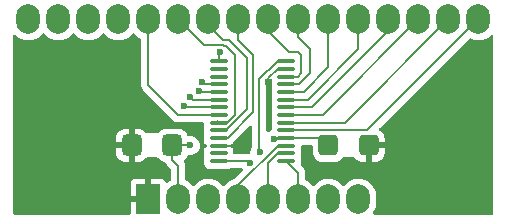
<source format=gbr>
%TF.GenerationSoftware,KiCad,Pcbnew,8.0.8-8.0.8-0~ubuntu20.04.1*%
%TF.CreationDate,2025-02-11T22:54:18+07:00*%
%TF.ProjectId,MUX-ADG706,4d55582d-4144-4473-9730-362e6b696361,rev?*%
%TF.SameCoordinates,Original*%
%TF.FileFunction,Copper,L1,Top*%
%TF.FilePolarity,Positive*%
%FSLAX46Y46*%
G04 Gerber Fmt 4.6, Leading zero omitted, Abs format (unit mm)*
G04 Created by KiCad (PCBNEW 8.0.8-8.0.8-0~ubuntu20.04.1) date 2025-02-11 22:54:18*
%MOMM*%
%LPD*%
G01*
G04 APERTURE LIST*
G04 Aperture macros list*
%AMRoundRect*
0 Rectangle with rounded corners*
0 $1 Rounding radius*
0 $2 $3 $4 $5 $6 $7 $8 $9 X,Y pos of 4 corners*
0 Add a 4 corners polygon primitive as box body*
4,1,4,$2,$3,$4,$5,$6,$7,$8,$9,$2,$3,0*
0 Add four circle primitives for the rounded corners*
1,1,$1+$1,$2,$3*
1,1,$1+$1,$4,$5*
1,1,$1+$1,$6,$7*
1,1,$1+$1,$8,$9*
0 Add four rect primitives between the rounded corners*
20,1,$1+$1,$2,$3,$4,$5,0*
20,1,$1+$1,$4,$5,$6,$7,0*
20,1,$1+$1,$6,$7,$8,$9,0*
20,1,$1+$1,$8,$9,$2,$3,0*%
G04 Aperture macros list end*
%TA.AperFunction,SMDPad,CuDef*%
%ADD10RoundRect,0.102500X-0.632500X-0.102500X0.632500X-0.102500X0.632500X0.102500X-0.632500X0.102500X0*%
%TD*%
%TA.AperFunction,SMDPad,CuDef*%
%ADD11RoundRect,0.309434X-0.510566X-0.590566X0.510566X-0.590566X0.510566X0.590566X-0.510566X0.590566X0*%
%TD*%
%TA.AperFunction,SMDPad,CuDef*%
%ADD12RoundRect,0.315385X-0.504615X-0.559615X0.504615X-0.559615X0.504615X0.559615X-0.504615X0.559615X0*%
%TD*%
%TA.AperFunction,ComponentPad*%
%ADD13O,2.000000X2.500000*%
%TD*%
%TA.AperFunction,ComponentPad*%
%ADD14R,2.000000X2.500000*%
%TD*%
%TA.AperFunction,ViaPad*%
%ADD15C,0.600000*%
%TD*%
%TA.AperFunction,Conductor*%
%ADD16C,0.200000*%
%TD*%
%TA.AperFunction,Conductor*%
%ADD17C,0.350000*%
%TD*%
G04 APERTURE END LIST*
D10*
%TO.P,U1,1,VDD*%
%TO.N,VCC*%
X108052000Y-97020000D03*
%TO.P,U1,2*%
%TO.N,N/C*%
X108052000Y-97670000D03*
%TO.P,U1,3*%
X108052000Y-98320000D03*
%TO.P,U1,4,S16*%
%TO.N,Net-(J2-9)*%
X108052000Y-98970000D03*
%TO.P,U1,5,S15*%
%TO.N,Net-(J2-Pin_15)*%
X108052000Y-99620000D03*
%TO.P,U1,6,S14*%
%TO.N,Net-(J2-Pin_14)*%
X108052000Y-100270000D03*
%TO.P,U1,7,S13*%
%TO.N,Net-(J2-Pin_13)*%
X108052000Y-100920000D03*
%TO.P,U1,8,S12*%
%TO.N,Net-(J2-Pin_12)*%
X108052000Y-101570000D03*
%TO.P,U1,9,S11*%
%TO.N,Net-(J2-Pin_11)*%
X108052000Y-102220000D03*
%TO.P,U1,10,S10*%
%TO.N,Net-(J2-Pin_10)*%
X108052000Y-102870000D03*
%TO.P,U1,11,S9*%
%TO.N,Net-(J2-Pin_9)*%
X108052000Y-103520000D03*
%TO.P,U1,12,GND*%
%TO.N,GND*%
X108052000Y-104170000D03*
%TO.P,U1,13*%
%TO.N,N/C*%
X108052000Y-104820000D03*
%TO.P,U1,14,A3*%
%TO.N,Net-(J1-Pin_7)*%
X108052000Y-105470000D03*
%TO.P,U1,15,A2*%
%TO.N,Net-(J1-Pin_6)*%
X113792000Y-105470000D03*
%TO.P,U1,16,A1*%
%TO.N,Net-(J1-Pin_5)*%
X113792000Y-104820000D03*
%TO.P,U1,17,A0*%
%TO.N,Net-(J1-Pin_4)*%
X113792000Y-104170000D03*
%TO.P,U1,18,EN*%
%TO.N,Net-(J1-Pin_3)*%
X113792000Y-103520000D03*
%TO.P,U1,19,S1*%
%TO.N,Net-(J2-Pin_1)*%
X113792000Y-102870000D03*
%TO.P,U1,20,S2*%
%TO.N,Net-(J2-Pin_2)*%
X113792000Y-102220000D03*
%TO.P,U1,21,S3*%
%TO.N,Net-(J2-Pin_3)*%
X113792000Y-101570000D03*
%TO.P,U1,22,S4*%
%TO.N,Net-(J2-Pin_4)*%
X113792000Y-100920000D03*
%TO.P,U1,23,S5*%
%TO.N,Net-(J2-Pin_5)*%
X113792000Y-100270000D03*
%TO.P,U1,24,S6*%
%TO.N,Net-(J2-Pin_6)*%
X113792000Y-99620000D03*
%TO.P,U1,25,S7*%
%TO.N,Net-(J2-Pin_7)*%
X113792000Y-98970000D03*
%TO.P,U1,26,S8*%
%TO.N,Net-(J2-Pin_8)*%
X113792000Y-98320000D03*
%TO.P,U1,27,VSS*%
%TO.N,GND*%
X113792000Y-97670000D03*
%TO.P,U1,28,D*%
%TO.N,Net-(J1-Pin_8)*%
X113792000Y-97020000D03*
%TD*%
D11*
%TO.P,C1,1*%
%TO.N,GND*%
X100700000Y-104140000D03*
%TO.P,C1,2*%
%TO.N,VCC*%
X104140000Y-104140000D03*
%TD*%
D12*
%TO.P,R1,1*%
%TO.N,Net-(J1-Pin_3)*%
X117348000Y-104140000D03*
%TO.P,R1,2*%
%TO.N,GND*%
X120788000Y-104140000D03*
%TD*%
D13*
%TO.P,J2,1,Pin_1*%
%TO.N,Net-(J2-Pin_1)*%
X130048000Y-93472000D03*
%TO.P,J2,2,Pin_2*%
%TO.N,Net-(J2-Pin_2)*%
X127508000Y-93472000D03*
%TO.P,J2,3,Pin_3*%
%TO.N,Net-(J2-Pin_3)*%
X124968000Y-93472000D03*
%TO.P,J2,4,Pin_4*%
%TO.N,Net-(J2-Pin_4)*%
X122428000Y-93472000D03*
%TO.P,J2,5,Pin_5*%
%TO.N,Net-(J2-Pin_5)*%
X119888000Y-93472000D03*
%TO.P,J2,6,Pin_6*%
%TO.N,Net-(J2-Pin_6)*%
X117348000Y-93472000D03*
%TO.P,J2,7,Pin_7*%
%TO.N,Net-(J2-Pin_7)*%
X114808000Y-93472000D03*
%TO.P,J2,8,Pin_8*%
%TO.N,Net-(J2-Pin_8)*%
X112268000Y-93472000D03*
%TO.P,J2,9,Pin_9*%
%TO.N,Net-(J2-Pin_9)*%
X109728000Y-93472000D03*
%TO.P,J2,10,Pin_10*%
%TO.N,Net-(J2-Pin_10)*%
X107188000Y-93472000D03*
%TO.P,J2,11,Pin_11*%
%TO.N,Net-(J2-Pin_11)*%
X104648000Y-93472000D03*
%TO.P,J2,12,Pin_12*%
%TO.N,Net-(J2-Pin_12)*%
X102108000Y-93472000D03*
%TO.P,J2,13,Pin_13*%
%TO.N,Net-(J2-Pin_13)*%
X99568000Y-93472000D03*
%TO.P,J2,14,Pin_14*%
%TO.N,Net-(J2-Pin_14)*%
X97028000Y-93472000D03*
%TO.P,J2,15,Pin_15*%
%TO.N,Net-(J2-Pin_15)*%
X94488000Y-93472000D03*
%TO.P,J2,16,9*%
%TO.N,Net-(J2-9)*%
X91948000Y-93472000D03*
%TD*%
D14*
%TO.P,J1,1,Pin_1*%
%TO.N,GND*%
X102108000Y-108712000D03*
D13*
%TO.P,J1,2,Pin_2*%
%TO.N,VCC*%
X104648000Y-108712000D03*
%TO.P,J1,3,Pin_3*%
%TO.N,Net-(J1-Pin_3)*%
X107188000Y-108712000D03*
%TO.P,J1,4,Pin_4*%
%TO.N,Net-(J1-Pin_4)*%
X109728000Y-108712000D03*
%TO.P,J1,5,Pin_5*%
%TO.N,Net-(J1-Pin_5)*%
X112268000Y-108712000D03*
%TO.P,J1,6,Pin_6*%
%TO.N,Net-(J1-Pin_6)*%
X114808000Y-108712000D03*
%TO.P,J1,7,Pin_7*%
%TO.N,Net-(J1-Pin_7)*%
X117348000Y-108712000D03*
%TO.P,J1,8,Pin_8*%
%TO.N,Net-(J1-Pin_8)*%
X119888000Y-108712000D03*
%TD*%
D15*
%TO.N,GND*%
X123190000Y-104140000D03*
X109728000Y-104140000D03*
X112268000Y-98806000D03*
%TO.N,Net-(J1-Pin_7)*%
X110729236Y-105649236D03*
%TO.N,Net-(J1-Pin_3)*%
X112761126Y-103613187D03*
%TO.N,Net-(J1-Pin_8)*%
X111549265Y-104691265D03*
%TO.N,VCC*%
X105664000Y-104140000D03*
X108204000Y-96266000D03*
%TO.N,Net-(J2-Pin_13)*%
X105156000Y-100838000D03*
%TO.N,Net-(J2-Pin_15)*%
X106426000Y-99568000D03*
%TO.N,Net-(J2-Pin_14)*%
X105664000Y-100076000D03*
%TO.N,Net-(J2-9)*%
X106680000Y-98806000D03*
%TD*%
D16*
%TO.N,GND*%
X120788000Y-104140000D02*
X123190000Y-104140000D01*
X113792000Y-97670000D02*
X113057001Y-97670000D01*
X113057001Y-97670000D02*
X112268000Y-98459001D01*
X108052000Y-104170000D02*
X109698000Y-104170000D01*
X112268000Y-98459001D02*
X112268000Y-98806000D01*
X109698000Y-104170000D02*
X109728000Y-104140000D01*
%TO.N,Net-(J1-Pin_7)*%
X108052000Y-105470000D02*
X110550000Y-105470000D01*
X110550000Y-105470000D02*
X110729236Y-105649236D01*
%TO.N,Net-(J1-Pin_5)*%
X112268000Y-105609001D02*
X113057001Y-104820000D01*
X112268000Y-108712000D02*
X112268000Y-105609001D01*
X113057001Y-104820000D02*
X113792000Y-104820000D01*
%TO.N,Net-(J1-Pin_3)*%
X116728000Y-103520000D02*
X117348000Y-104140000D01*
X112761126Y-103613187D02*
X113698813Y-103613187D01*
X113698813Y-103613187D02*
X113792000Y-103520000D01*
X113792000Y-103520000D02*
X116728000Y-103520000D01*
%TO.N,Net-(J1-Pin_4)*%
X109728000Y-107499001D02*
X109728000Y-108712000D01*
X113057001Y-104170000D02*
X109728000Y-107499001D01*
X113792000Y-104170000D02*
X113057001Y-104170000D01*
%TO.N,Net-(J1-Pin_8)*%
X111506000Y-104648000D02*
X111549265Y-104691265D01*
X111506000Y-98552000D02*
X111506000Y-104648000D01*
X113057001Y-97020000D02*
X112287001Y-97790000D01*
X113792000Y-97020000D02*
X113057001Y-97020000D01*
X112268000Y-97790000D02*
X111506000Y-98552000D01*
X112287001Y-97790000D02*
X112268000Y-97790000D01*
D17*
%TO.N,VCC*%
X104902000Y-108712000D02*
X104902000Y-109093000D01*
D16*
X108052000Y-96418000D02*
X108204000Y-96266000D01*
X104648000Y-105918000D02*
X104648000Y-108712000D01*
X104140000Y-105410000D02*
X104648000Y-105918000D01*
X104140000Y-104140000D02*
X104140000Y-105410000D01*
X104140000Y-104140000D02*
X105664000Y-104140000D01*
X108052000Y-97020000D02*
X108052000Y-96418000D01*
%TO.N,Net-(J1-Pin_6)*%
X114808000Y-106486000D02*
X114808000Y-108712000D01*
X113792000Y-105470000D02*
X114808000Y-106486000D01*
%TO.N,Net-(J2-Pin_8)*%
X114046000Y-96266000D02*
X112268000Y-94488000D01*
X114808000Y-96266000D02*
X114046000Y-96266000D01*
X115062000Y-98044000D02*
X115062000Y-96520000D01*
X114786000Y-98320000D02*
X115062000Y-98044000D01*
X112268000Y-94488000D02*
X112268000Y-93472000D01*
X113792000Y-98320000D02*
X114786000Y-98320000D01*
X115062000Y-96520000D02*
X114808000Y-96266000D01*
%TO.N,Net-(J2-Pin_6)*%
X113792000Y-99620000D02*
X115264000Y-99620000D01*
X117348000Y-97536000D02*
X117348000Y-93472000D01*
X115264000Y-99620000D02*
X117348000Y-97536000D01*
%TO.N,Net-(J2-Pin_4)*%
X115996000Y-100920000D02*
X122428000Y-94488000D01*
X122428000Y-94488000D02*
X122428000Y-93472000D01*
X113792000Y-100920000D02*
X115996000Y-100920000D01*
%TO.N,Net-(J2-Pin_13)*%
X105238000Y-100920000D02*
X105156000Y-100838000D01*
X108052000Y-100920000D02*
X105238000Y-100920000D01*
%TO.N,Net-(J2-Pin_12)*%
X104618000Y-101570000D02*
X102108000Y-99060000D01*
X108052000Y-101570000D02*
X104618000Y-101570000D01*
X102108000Y-99060000D02*
X102108000Y-93472000D01*
%TO.N,Net-(J2-Pin_3)*%
X116870000Y-101570000D02*
X124968000Y-93472000D01*
X113792000Y-101570000D02*
X116870000Y-101570000D01*
%TO.N,Net-(J2-Pin_11)*%
X108052000Y-102220000D02*
X108786999Y-102220000D01*
X108544529Y-95758000D02*
X108436529Y-95650000D01*
X108786999Y-102220000D02*
X109474000Y-101532999D01*
X108052000Y-102210000D02*
X107950000Y-102108000D01*
X108712000Y-95758000D02*
X108544529Y-95758000D01*
X108436529Y-95650000D02*
X106826000Y-95650000D01*
X108052000Y-102220000D02*
X108052000Y-102210000D01*
X106826000Y-95650000D02*
X104648000Y-93472000D01*
X109474000Y-96520000D02*
X108712000Y-95758000D01*
X109474000Y-101532999D02*
X109474000Y-96520000D01*
%TO.N,Net-(J2-Pin_10)*%
X108709060Y-102870000D02*
X110490000Y-101089060D01*
X108458000Y-95250000D02*
X107188000Y-93980000D01*
X110490000Y-96774000D02*
X108966000Y-95250000D01*
X108966000Y-95250000D02*
X108458000Y-95250000D01*
X110490000Y-101089060D02*
X110490000Y-96774000D01*
X107188000Y-93980000D02*
X107188000Y-93472000D01*
X108052000Y-102870000D02*
X108709060Y-102870000D01*
%TO.N,Net-(J2-Pin_5)*%
X115630000Y-100270000D02*
X119888000Y-96012000D01*
X119888000Y-96012000D02*
X119888000Y-93472000D01*
X113792000Y-100270000D02*
X115630000Y-100270000D01*
%TO.N,Net-(J2-Pin_7)*%
X115824000Y-96012000D02*
X114808000Y-94996000D01*
X114808000Y-94996000D02*
X114808000Y-93472000D01*
X113792000Y-98970000D02*
X114898000Y-98970000D01*
X115824000Y-98044000D02*
X115824000Y-96012000D01*
X114898000Y-98970000D02*
X115824000Y-98044000D01*
%TO.N,Net-(J2-Pin_15)*%
X108052000Y-99620000D02*
X106478000Y-99620000D01*
X106478000Y-99620000D02*
X106426000Y-99568000D01*
%TO.N,Net-(J2-Pin_2)*%
X118760000Y-102220000D02*
X127508000Y-93472000D01*
X113792000Y-102220000D02*
X118760000Y-102220000D01*
%TO.N,Net-(J2-Pin_14)*%
X105858000Y-100270000D02*
X105664000Y-100076000D01*
X108052000Y-100270000D02*
X105858000Y-100270000D01*
%TO.N,Net-(J2-Pin_1)*%
X113792000Y-102870000D02*
X120650000Y-102870000D01*
X120650000Y-102870000D02*
X130048000Y-93472000D01*
%TO.N,Net-(J2-Pin_9)*%
X110998000Y-101346000D02*
X110998000Y-96520000D01*
X110998000Y-96520000D02*
X109728000Y-95250000D01*
X109728000Y-95250000D02*
X109728000Y-93472000D01*
X108824000Y-103520000D02*
X110998000Y-101346000D01*
X108052000Y-103520000D02*
X108824000Y-103520000D01*
%TO.N,Net-(J2-9)*%
X108052000Y-98970000D02*
X106844000Y-98970000D01*
X106844000Y-98970000D02*
X106680000Y-98806000D01*
%TD*%
%TA.AperFunction,Conductor*%
%TO.N,GND*%
G36*
X100924420Y-94648833D02*
G01*
X100938315Y-94664870D01*
X100963483Y-94699510D01*
X101130490Y-94866517D01*
X101240756Y-94946630D01*
X101321568Y-95005344D01*
X101369828Y-95029933D01*
X101439794Y-95065582D01*
X101490590Y-95113556D01*
X101507500Y-95176067D01*
X101507500Y-98973330D01*
X101507499Y-98973348D01*
X101507499Y-99139054D01*
X101507498Y-99139054D01*
X101507499Y-99139057D01*
X101548114Y-99290632D01*
X101548424Y-99291787D01*
X101557935Y-99308260D01*
X101557936Y-99308262D01*
X101627477Y-99428712D01*
X101627481Y-99428717D01*
X101746349Y-99547585D01*
X101746355Y-99547590D01*
X104133139Y-101934374D01*
X104133149Y-101934385D01*
X104137479Y-101938715D01*
X104137480Y-101938716D01*
X104249284Y-102050520D01*
X104273147Y-102064297D01*
X104296847Y-102077980D01*
X104296846Y-102077980D01*
X104296849Y-102077981D01*
X104386209Y-102129574D01*
X104386210Y-102129575D01*
X104386212Y-102129575D01*
X104386215Y-102129577D01*
X104538943Y-102170501D01*
X104538946Y-102170501D01*
X104704653Y-102170501D01*
X104704669Y-102170500D01*
X106692501Y-102170500D01*
X106759540Y-102190185D01*
X106805295Y-102242989D01*
X106816501Y-102294500D01*
X106816501Y-102362022D01*
X106832019Y-102479907D01*
X106832022Y-102479918D01*
X106839325Y-102497550D01*
X106846792Y-102567020D01*
X106839325Y-102592450D01*
X106832022Y-102610081D01*
X106832020Y-102610086D01*
X106816500Y-102727978D01*
X106816500Y-103012022D01*
X106832019Y-103129907D01*
X106832022Y-103129918D01*
X106839325Y-103147550D01*
X106846792Y-103217020D01*
X106839325Y-103242450D01*
X106832022Y-103260081D01*
X106832020Y-103260086D01*
X106816500Y-103377978D01*
X106816500Y-103662022D01*
X106832019Y-103779907D01*
X106832022Y-103779918D01*
X106839595Y-103798202D01*
X106847062Y-103867672D01*
X106839596Y-103893099D01*
X106832509Y-103910210D01*
X106832508Y-103910211D01*
X106825295Y-103965000D01*
X106861095Y-103965000D01*
X106928134Y-103984685D01*
X106959470Y-104013513D01*
X106989432Y-104052560D01*
X106989434Y-104052561D01*
X106989436Y-104052564D01*
X107014273Y-104071622D01*
X107014277Y-104071625D01*
X107055479Y-104128054D01*
X107059633Y-104197800D01*
X107025420Y-104258720D01*
X107014277Y-104268375D01*
X106989432Y-104287439D01*
X106959470Y-104326487D01*
X106903042Y-104367689D01*
X106861095Y-104375000D01*
X106825295Y-104375000D01*
X106832507Y-104429781D01*
X106839596Y-104446895D01*
X106847063Y-104516365D01*
X106839597Y-104541795D01*
X106832020Y-104560087D01*
X106816500Y-104677978D01*
X106816500Y-104962022D01*
X106832019Y-105079907D01*
X106832022Y-105079918D01*
X106839325Y-105097550D01*
X106846792Y-105167020D01*
X106839325Y-105192450D01*
X106832022Y-105210081D01*
X106832020Y-105210086D01*
X106816500Y-105327978D01*
X106816500Y-105612022D01*
X106832019Y-105729907D01*
X106832021Y-105729915D01*
X106892779Y-105876599D01*
X106892780Y-105876601D01*
X106892781Y-105876602D01*
X106989436Y-106002564D01*
X107115398Y-106099219D01*
X107262085Y-106159979D01*
X107379979Y-106175500D01*
X108724020Y-106175499D01*
X108724022Y-106175499D01*
X108841907Y-106159980D01*
X108841906Y-106159980D01*
X108841915Y-106159979D01*
X108988602Y-106099219D01*
X108992633Y-106096125D01*
X109057801Y-106070930D01*
X109068121Y-106070500D01*
X109979993Y-106070500D01*
X110047032Y-106090185D01*
X110084986Y-106128527D01*
X110095756Y-106145667D01*
X110114757Y-106212904D01*
X110094390Y-106279739D01*
X110078444Y-106299321D01*
X109401661Y-106976103D01*
X109352299Y-107006353D01*
X109152003Y-107071433D01*
X108941566Y-107178657D01*
X108834532Y-107256423D01*
X108750490Y-107317483D01*
X108750488Y-107317485D01*
X108750487Y-107317485D01*
X108583484Y-107484488D01*
X108558318Y-107519127D01*
X108502987Y-107561792D01*
X108433374Y-107567771D01*
X108371579Y-107535165D01*
X108357682Y-107519127D01*
X108332517Y-107484490D01*
X108165510Y-107317483D01*
X107974433Y-107178657D01*
X107974429Y-107178655D01*
X107763996Y-107071433D01*
X107539368Y-106998446D01*
X107306097Y-106961500D01*
X107306092Y-106961500D01*
X107069908Y-106961500D01*
X107069903Y-106961500D01*
X106836631Y-106998446D01*
X106612003Y-107071433D01*
X106401566Y-107178657D01*
X106294532Y-107256423D01*
X106210490Y-107317483D01*
X106210488Y-107317485D01*
X106210487Y-107317485D01*
X106043484Y-107484488D01*
X106018318Y-107519127D01*
X105962987Y-107561792D01*
X105893374Y-107567771D01*
X105831579Y-107535165D01*
X105817682Y-107519127D01*
X105792517Y-107484490D01*
X105625510Y-107317483D01*
X105500150Y-107226403D01*
X105434431Y-107178655D01*
X105316204Y-107118415D01*
X105265409Y-107070441D01*
X105248500Y-107007931D01*
X105248500Y-105838941D01*
X105245699Y-105828489D01*
X105245698Y-105828487D01*
X105232362Y-105778716D01*
X105218851Y-105728293D01*
X105207577Y-105686216D01*
X105207576Y-105686215D01*
X105207576Y-105686213D01*
X105128522Y-105549286D01*
X105127295Y-105547687D01*
X105126679Y-105546093D01*
X105124457Y-105542245D01*
X105125057Y-105541898D01*
X105102100Y-105482518D01*
X105116138Y-105414073D01*
X105154137Y-105373196D01*
X105153301Y-105372148D01*
X105158741Y-105367808D01*
X105158747Y-105367805D01*
X105287805Y-105238747D01*
X105384909Y-105084207D01*
X105409507Y-105013908D01*
X105450228Y-104957133D01*
X105515181Y-104931385D01*
X105540432Y-104931643D01*
X105663996Y-104945565D01*
X105664000Y-104945565D01*
X105664004Y-104945565D01*
X105843249Y-104925369D01*
X105843252Y-104925368D01*
X105843255Y-104925368D01*
X106013522Y-104865789D01*
X106166262Y-104769816D01*
X106293816Y-104642262D01*
X106389789Y-104489522D01*
X106449368Y-104319255D01*
X106458135Y-104241450D01*
X106469565Y-104140000D01*
X106469565Y-104139996D01*
X106449369Y-103960750D01*
X106449368Y-103960745D01*
X106416800Y-103867672D01*
X106389789Y-103790478D01*
X106293816Y-103637738D01*
X106166262Y-103510184D01*
X106103107Y-103470501D01*
X106013523Y-103414211D01*
X105843254Y-103354631D01*
X105843249Y-103354630D01*
X105664004Y-103334435D01*
X105663995Y-103334435D01*
X105540431Y-103348356D01*
X105471610Y-103336301D01*
X105420231Y-103288951D01*
X105409507Y-103266090D01*
X105384909Y-103195793D01*
X105339798Y-103124000D01*
X105287805Y-103041253D01*
X105158747Y-102912195D01*
X105004207Y-102815091D01*
X104831933Y-102754809D01*
X104831928Y-102754808D01*
X104696058Y-102739500D01*
X104696052Y-102739500D01*
X103583948Y-102739500D01*
X103583941Y-102739500D01*
X103448071Y-102754808D01*
X103448066Y-102754809D01*
X103275792Y-102815091D01*
X103121252Y-102912195D01*
X102992193Y-103041254D01*
X102976662Y-103065973D01*
X102924327Y-103112263D01*
X102871669Y-103124000D01*
X101967740Y-103124000D01*
X101900701Y-103104315D01*
X101862746Y-103065971D01*
X101847413Y-103041569D01*
X101847411Y-103041566D01*
X101718433Y-102912588D01*
X101563990Y-102815544D01*
X101391821Y-102755300D01*
X101391817Y-102755299D01*
X101256028Y-102740000D01*
X100950000Y-102740000D01*
X100950000Y-105540000D01*
X101256028Y-105540000D01*
X101256028Y-105539999D01*
X101391817Y-105524700D01*
X101391821Y-105524699D01*
X101563990Y-105464455D01*
X101718433Y-105367411D01*
X101847411Y-105238433D01*
X101847413Y-105238430D01*
X101862746Y-105214029D01*
X101915080Y-105167737D01*
X101967740Y-105156000D01*
X102871669Y-105156000D01*
X102938708Y-105175685D01*
X102976662Y-105214027D01*
X102992193Y-105238745D01*
X102992195Y-105238747D01*
X103121253Y-105367805D01*
X103275793Y-105464909D01*
X103448066Y-105525190D01*
X103468317Y-105527471D01*
X103532731Y-105554537D01*
X103572287Y-105612131D01*
X103574209Y-105618597D01*
X103580421Y-105641781D01*
X103584726Y-105649237D01*
X103584726Y-105649238D01*
X103659477Y-105778712D01*
X103659481Y-105778717D01*
X103778349Y-105897585D01*
X103778355Y-105897590D01*
X104011181Y-106130416D01*
X104044666Y-106191739D01*
X104047500Y-106218097D01*
X104047500Y-107007931D01*
X104027815Y-107074970D01*
X103979796Y-107118415D01*
X103861568Y-107178655D01*
X103737422Y-107268854D01*
X103671615Y-107292334D01*
X103603561Y-107276509D01*
X103555942Y-107227510D01*
X103555604Y-107227696D01*
X103554938Y-107226478D01*
X103554866Y-107226403D01*
X103554719Y-107226076D01*
X103551350Y-107219906D01*
X103465190Y-107104812D01*
X103465187Y-107104809D01*
X103350093Y-107018649D01*
X103350086Y-107018645D01*
X103215379Y-106968403D01*
X103215372Y-106968401D01*
X103155844Y-106962000D01*
X102358000Y-106962000D01*
X102358000Y-108278988D01*
X102300993Y-108246075D01*
X102173826Y-108212000D01*
X102042174Y-108212000D01*
X101915007Y-108246075D01*
X101858000Y-108278988D01*
X101858000Y-106962000D01*
X101060155Y-106962000D01*
X101000627Y-106968401D01*
X101000620Y-106968403D01*
X100865913Y-107018645D01*
X100865906Y-107018649D01*
X100750812Y-107104809D01*
X100750809Y-107104812D01*
X100664649Y-107219906D01*
X100664645Y-107219913D01*
X100614403Y-107354620D01*
X100614401Y-107354627D01*
X100608000Y-107414155D01*
X100608000Y-108462000D01*
X101674988Y-108462000D01*
X101642075Y-108519007D01*
X101608000Y-108646174D01*
X101608000Y-108777826D01*
X101642075Y-108904993D01*
X101674988Y-108962000D01*
X100608000Y-108962000D01*
X100608000Y-109865500D01*
X100588315Y-109932539D01*
X100535511Y-109978294D01*
X100484000Y-109989500D01*
X90794500Y-109989500D01*
X90727461Y-109969815D01*
X90681706Y-109917011D01*
X90670500Y-109865500D01*
X90670500Y-104776028D01*
X99380000Y-104776028D01*
X99395299Y-104911817D01*
X99395300Y-104911821D01*
X99455544Y-105083990D01*
X99552588Y-105238433D01*
X99681566Y-105367411D01*
X99836009Y-105464455D01*
X100008178Y-105524699D01*
X100008182Y-105524700D01*
X100143971Y-105539999D01*
X100143972Y-105540000D01*
X100450000Y-105540000D01*
X100450000Y-104390000D01*
X99380000Y-104390000D01*
X99380000Y-104776028D01*
X90670500Y-104776028D01*
X90670500Y-103503971D01*
X99380000Y-103503971D01*
X99380000Y-103890000D01*
X100450000Y-103890000D01*
X100450000Y-102740000D01*
X100143972Y-102740000D01*
X100008182Y-102755299D01*
X100008178Y-102755300D01*
X99836009Y-102815544D01*
X99681566Y-102912588D01*
X99552588Y-103041566D01*
X99455544Y-103196009D01*
X99395300Y-103368178D01*
X99395299Y-103368182D01*
X99380000Y-103503971D01*
X90670500Y-103503971D01*
X90670500Y-94865889D01*
X90690185Y-94798850D01*
X90742989Y-94753095D01*
X90812147Y-94743151D01*
X90875703Y-94772176D01*
X90882181Y-94778208D01*
X90970490Y-94866517D01*
X91161567Y-95005343D01*
X91183115Y-95016322D01*
X91372003Y-95112566D01*
X91372005Y-95112566D01*
X91372008Y-95112568D01*
X91492412Y-95151689D01*
X91596631Y-95185553D01*
X91829903Y-95222500D01*
X91829908Y-95222500D01*
X92066097Y-95222500D01*
X92299368Y-95185553D01*
X92328563Y-95176067D01*
X92523992Y-95112568D01*
X92734433Y-95005343D01*
X92925510Y-94866517D01*
X93092517Y-94699510D01*
X93117682Y-94664872D01*
X93173011Y-94622207D01*
X93242625Y-94616228D01*
X93304420Y-94648833D01*
X93318315Y-94664870D01*
X93343483Y-94699510D01*
X93510490Y-94866517D01*
X93701567Y-95005343D01*
X93723115Y-95016322D01*
X93912003Y-95112566D01*
X93912005Y-95112566D01*
X93912008Y-95112568D01*
X94032412Y-95151689D01*
X94136631Y-95185553D01*
X94369903Y-95222500D01*
X94369908Y-95222500D01*
X94606097Y-95222500D01*
X94839368Y-95185553D01*
X94868563Y-95176067D01*
X95063992Y-95112568D01*
X95274433Y-95005343D01*
X95465510Y-94866517D01*
X95632517Y-94699510D01*
X95657682Y-94664872D01*
X95713011Y-94622207D01*
X95782625Y-94616228D01*
X95844420Y-94648833D01*
X95858315Y-94664870D01*
X95883483Y-94699510D01*
X96050490Y-94866517D01*
X96241567Y-95005343D01*
X96263115Y-95016322D01*
X96452003Y-95112566D01*
X96452005Y-95112566D01*
X96452008Y-95112568D01*
X96572412Y-95151689D01*
X96676631Y-95185553D01*
X96909903Y-95222500D01*
X96909908Y-95222500D01*
X97146097Y-95222500D01*
X97379368Y-95185553D01*
X97408563Y-95176067D01*
X97603992Y-95112568D01*
X97814433Y-95005343D01*
X98005510Y-94866517D01*
X98172517Y-94699510D01*
X98197682Y-94664872D01*
X98253011Y-94622207D01*
X98322625Y-94616228D01*
X98384420Y-94648833D01*
X98398315Y-94664870D01*
X98423483Y-94699510D01*
X98590490Y-94866517D01*
X98781567Y-95005343D01*
X98803115Y-95016322D01*
X98992003Y-95112566D01*
X98992005Y-95112566D01*
X98992008Y-95112568D01*
X99112412Y-95151689D01*
X99216631Y-95185553D01*
X99449903Y-95222500D01*
X99449908Y-95222500D01*
X99686097Y-95222500D01*
X99919368Y-95185553D01*
X99948563Y-95176067D01*
X100143992Y-95112568D01*
X100354433Y-95005343D01*
X100545510Y-94866517D01*
X100712517Y-94699510D01*
X100737682Y-94664872D01*
X100793011Y-94622207D01*
X100862625Y-94616228D01*
X100924420Y-94648833D01*
G37*
%TD.AperFunction*%
%TA.AperFunction,Conductor*%
G36*
X131244834Y-94749707D02*
G01*
X131300767Y-94791579D01*
X131325184Y-94857043D01*
X131325500Y-94865889D01*
X131325500Y-109865500D01*
X131305815Y-109932539D01*
X131253011Y-109978294D01*
X131201500Y-109989500D01*
X121239561Y-109989500D01*
X121172522Y-109969815D01*
X121126767Y-109917011D01*
X121116823Y-109847853D01*
X121139242Y-109792615D01*
X121171343Y-109748433D01*
X121278568Y-109537992D01*
X121351553Y-109313368D01*
X121383431Y-109112099D01*
X121388500Y-109080097D01*
X121388500Y-108343902D01*
X121351553Y-108110631D01*
X121278566Y-107886003D01*
X121171342Y-107675566D01*
X121157999Y-107657201D01*
X121032517Y-107484490D01*
X120865510Y-107317483D01*
X120674433Y-107178657D01*
X120674429Y-107178655D01*
X120463996Y-107071433D01*
X120239368Y-106998446D01*
X120006097Y-106961500D01*
X120006092Y-106961500D01*
X119769908Y-106961500D01*
X119769903Y-106961500D01*
X119536631Y-106998446D01*
X119312003Y-107071433D01*
X119101566Y-107178657D01*
X118994532Y-107256423D01*
X118910490Y-107317483D01*
X118910488Y-107317485D01*
X118910487Y-107317485D01*
X118743484Y-107484488D01*
X118718318Y-107519127D01*
X118662987Y-107561792D01*
X118593374Y-107567771D01*
X118531579Y-107535165D01*
X118517682Y-107519127D01*
X118492517Y-107484490D01*
X118325510Y-107317483D01*
X118134433Y-107178657D01*
X118134429Y-107178655D01*
X117923996Y-107071433D01*
X117699368Y-106998446D01*
X117466097Y-106961500D01*
X117466092Y-106961500D01*
X117229908Y-106961500D01*
X117229903Y-106961500D01*
X116996631Y-106998446D01*
X116772003Y-107071433D01*
X116561566Y-107178657D01*
X116454532Y-107256423D01*
X116370490Y-107317483D01*
X116370488Y-107317485D01*
X116370487Y-107317485D01*
X116203484Y-107484488D01*
X116178318Y-107519127D01*
X116122987Y-107561792D01*
X116053374Y-107567771D01*
X115991579Y-107535165D01*
X115977682Y-107519127D01*
X115952517Y-107484490D01*
X115785510Y-107317483D01*
X115660150Y-107226403D01*
X115594431Y-107178655D01*
X115476204Y-107118415D01*
X115425409Y-107070441D01*
X115408500Y-107007931D01*
X115408500Y-106575059D01*
X115408501Y-106575046D01*
X115408501Y-106406945D01*
X115408501Y-106406943D01*
X115367577Y-106254215D01*
X115329647Y-106188519D01*
X115288520Y-106117284D01*
X115176716Y-106005480D01*
X115172385Y-106001149D01*
X115172374Y-106001139D01*
X115038104Y-105866869D01*
X115004619Y-105805546D01*
X115009603Y-105735854D01*
X115011208Y-105731774D01*
X115011979Y-105729915D01*
X115027500Y-105612021D01*
X115027499Y-105327980D01*
X115011979Y-105210085D01*
X115004675Y-105192454D01*
X114997206Y-105122986D01*
X115004676Y-105097545D01*
X115011979Y-105079915D01*
X115027500Y-104962021D01*
X115027499Y-104677980D01*
X115011979Y-104560085D01*
X115004675Y-104542454D01*
X114997206Y-104472986D01*
X115004676Y-104447545D01*
X115004947Y-104446890D01*
X115011979Y-104429915D01*
X115027500Y-104312021D01*
X115027500Y-104244500D01*
X115047185Y-104177461D01*
X115099989Y-104131706D01*
X115151500Y-104120500D01*
X115903500Y-104120500D01*
X115970539Y-104140185D01*
X116016294Y-104192989D01*
X116027500Y-104244500D01*
X116027500Y-104745440D01*
X116027501Y-104745446D01*
X116042920Y-104882311D01*
X116103645Y-105055853D01*
X116178941Y-105175685D01*
X116201464Y-105211530D01*
X116331470Y-105341536D01*
X116487146Y-105439354D01*
X116659279Y-105499586D01*
X116660685Y-105500078D01*
X116660690Y-105500079D01*
X116729123Y-105507789D01*
X116797561Y-105515500D01*
X117898438Y-105515499D01*
X117898440Y-105515499D01*
X117898444Y-105515498D01*
X117919290Y-105513149D01*
X118035311Y-105500079D01*
X118035313Y-105500078D01*
X118035315Y-105500078D01*
X118208854Y-105439354D01*
X118364530Y-105341536D01*
X118494536Y-105211530D01*
X118494539Y-105211524D01*
X118498879Y-105206084D01*
X118500492Y-105207371D01*
X118545298Y-105167738D01*
X118597960Y-105156000D01*
X119538631Y-105156000D01*
X119605670Y-105175685D01*
X119636355Y-105206687D01*
X119637511Y-105205766D01*
X119641856Y-105211214D01*
X119771784Y-105341142D01*
X119927362Y-105438899D01*
X120100797Y-105499586D01*
X120100801Y-105499587D01*
X120237593Y-105514999D01*
X120237594Y-105515000D01*
X120538000Y-105515000D01*
X121038000Y-105515000D01*
X121338406Y-105515000D01*
X121338406Y-105514999D01*
X121475198Y-105499587D01*
X121475202Y-105499586D01*
X121648637Y-105438899D01*
X121804215Y-105341142D01*
X121934142Y-105211215D01*
X122031899Y-105055637D01*
X122092586Y-104882202D01*
X122092587Y-104882198D01*
X122107999Y-104745406D01*
X122108000Y-104745406D01*
X122108000Y-104390000D01*
X121038000Y-104390000D01*
X121038000Y-105515000D01*
X120538000Y-105515000D01*
X120538000Y-104264000D01*
X120557685Y-104196961D01*
X120610489Y-104151206D01*
X120662000Y-104140000D01*
X120788000Y-104140000D01*
X120788000Y-104014000D01*
X120807685Y-103946961D01*
X120860489Y-103901206D01*
X120912000Y-103890000D01*
X122108000Y-103890000D01*
X122108000Y-103534594D01*
X122107999Y-103534593D01*
X122092587Y-103397801D01*
X122092586Y-103397797D01*
X122031899Y-103224362D01*
X121934142Y-103068784D01*
X121804214Y-102938856D01*
X121804209Y-102938852D01*
X121706290Y-102877325D01*
X121659999Y-102824991D01*
X121649351Y-102755937D01*
X121677726Y-102692089D01*
X121684557Y-102684676D01*
X129265650Y-95103583D01*
X129326971Y-95070100D01*
X129396663Y-95075084D01*
X129409617Y-95080777D01*
X129472008Y-95112568D01*
X129652393Y-95171179D01*
X129696631Y-95185553D01*
X129929903Y-95222500D01*
X129929908Y-95222500D01*
X130166097Y-95222500D01*
X130399368Y-95185553D01*
X130428563Y-95176067D01*
X130623992Y-95112568D01*
X130834433Y-95005343D01*
X131025510Y-94866517D01*
X131113819Y-94778208D01*
X131175142Y-94744723D01*
X131244834Y-94749707D01*
G37*
%TD.AperFunction*%
%TA.AperFunction,Conductor*%
G36*
X110824834Y-102470914D02*
G01*
X110880767Y-102512786D01*
X110905184Y-102578250D01*
X110905500Y-102587096D01*
X110905500Y-104175478D01*
X110886494Y-104241450D01*
X110823474Y-104341746D01*
X110763898Y-104512002D01*
X110763895Y-104512015D01*
X110743700Y-104691261D01*
X110746592Y-104716932D01*
X110734536Y-104785754D01*
X110687186Y-104837133D01*
X110637254Y-104854034D01*
X110549984Y-104863866D01*
X110543199Y-104865416D01*
X110542961Y-104864377D01*
X110512821Y-104869499D01*
X110463347Y-104869499D01*
X110463331Y-104869500D01*
X109411499Y-104869500D01*
X109344460Y-104849815D01*
X109298705Y-104797011D01*
X109287499Y-104745500D01*
X109287499Y-104677977D01*
X109271980Y-104560092D01*
X109271979Y-104560087D01*
X109271979Y-104560085D01*
X109264404Y-104541799D01*
X109256935Y-104472331D01*
X109264405Y-104446890D01*
X109271492Y-104429781D01*
X109278705Y-104375000D01*
X109242905Y-104375000D01*
X109175866Y-104355315D01*
X109144530Y-104326487D01*
X109114565Y-104287437D01*
X109114564Y-104287436D01*
X109089722Y-104268373D01*
X109048520Y-104211945D01*
X109044367Y-104142199D01*
X109078580Y-104081279D01*
X109089706Y-104071637D01*
X109114564Y-104052564D01*
X109114570Y-104052555D01*
X109119397Y-104047730D01*
X109145221Y-104028099D01*
X109145153Y-104027980D01*
X109192716Y-104000520D01*
X109192720Y-104000515D01*
X109199161Y-103995574D01*
X109200128Y-103996835D01*
X109253240Y-103967834D01*
X109278612Y-103965106D01*
X109284311Y-103958607D01*
X109291580Y-103911993D01*
X109316070Y-103877163D01*
X110693820Y-102499413D01*
X110755142Y-102465930D01*
X110824834Y-102470914D01*
G37*
%TD.AperFunction*%
%TA.AperFunction,Conductor*%
G36*
X112500139Y-98509608D02*
G01*
X112556073Y-98551479D01*
X112571367Y-98578337D01*
X112579324Y-98597547D01*
X112586793Y-98667017D01*
X112579325Y-98692450D01*
X112572022Y-98710081D01*
X112572020Y-98710086D01*
X112556500Y-98827978D01*
X112556500Y-99112022D01*
X112572019Y-99229907D01*
X112572022Y-99229918D01*
X112579325Y-99247550D01*
X112586792Y-99317020D01*
X112579325Y-99342450D01*
X112572022Y-99360081D01*
X112572020Y-99360086D01*
X112556500Y-99477978D01*
X112556500Y-99762022D01*
X112572019Y-99879907D01*
X112572022Y-99879918D01*
X112579325Y-99897550D01*
X112586792Y-99967020D01*
X112579325Y-99992450D01*
X112572022Y-100010081D01*
X112572020Y-100010086D01*
X112556500Y-100127978D01*
X112556500Y-100412022D01*
X112572019Y-100529907D01*
X112572022Y-100529918D01*
X112579325Y-100547550D01*
X112586792Y-100617020D01*
X112579325Y-100642450D01*
X112572022Y-100660081D01*
X112572020Y-100660086D01*
X112556500Y-100777978D01*
X112556500Y-101062022D01*
X112572019Y-101179907D01*
X112572022Y-101179918D01*
X112579325Y-101197550D01*
X112586792Y-101267020D01*
X112579325Y-101292450D01*
X112572022Y-101310081D01*
X112572020Y-101310086D01*
X112556500Y-101427978D01*
X112556500Y-101712022D01*
X112572019Y-101829907D01*
X112572022Y-101829918D01*
X112579325Y-101847550D01*
X112586792Y-101917020D01*
X112579325Y-101942450D01*
X112572022Y-101960081D01*
X112572020Y-101960086D01*
X112556500Y-102077978D01*
X112556500Y-102362022D01*
X112572019Y-102479907D01*
X112572022Y-102479918D01*
X112579325Y-102497550D01*
X112586792Y-102567020D01*
X112579325Y-102592450D01*
X112572022Y-102610081D01*
X112572021Y-102610085D01*
X112556500Y-102727971D01*
X112556500Y-102748714D01*
X112536815Y-102815753D01*
X112484011Y-102861508D01*
X112473455Y-102865755D01*
X112411605Y-102887397D01*
X112411601Y-102887399D01*
X112296472Y-102959740D01*
X112229235Y-102978740D01*
X112162400Y-102958372D01*
X112117186Y-102905104D01*
X112106500Y-102854746D01*
X112106500Y-98852097D01*
X112126185Y-98785058D01*
X112142819Y-98764416D01*
X112240218Y-98667017D01*
X112369127Y-98538107D01*
X112430448Y-98504624D01*
X112500139Y-98509608D01*
G37*
%TD.AperFunction*%
%TD*%
M02*

</source>
